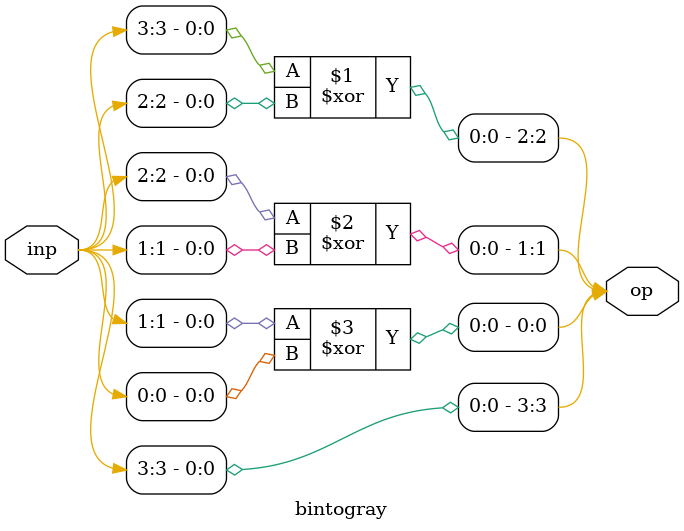
<source format=v>
`timescale 1ns / 1ps


module bintogray(
    input [3:0]inp,
    output [3:0]op
    );
    assign op[3]=inp[3];
    assign op[2]=inp[3]^inp[2];
    assign op[1]=inp[2]^inp[1];
    assign op[0]=inp[1]^inp[0];
endmodule

</source>
